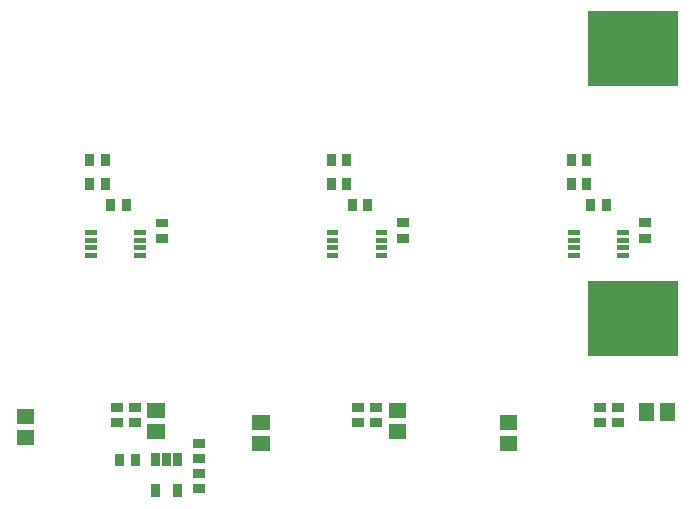
<source format=gbr>
G04 start of page 13 for group -4014 idx -4014 *
G04 Title: power, bottompaste *
G04 Creator: pcb 20140316 *
G04 CreationDate: Tue 06 Jun 2017 06:55:07 AM GMT UTC *
G04 For: brian *
G04 Format: Gerber/RS-274X *
G04 PCB-Dimensions (mil): 6000.00 5000.00 *
G04 PCB-Coordinate-Origin: lower left *
%MOIN*%
%FSLAX25Y25*%
%LNBOTTOMPASTE*%
%ADD136R,0.0280X0.0280*%
%ADD135R,0.2500X0.2500*%
%ADD134R,0.0165X0.0165*%
%ADD133R,0.0295X0.0295*%
%ADD132R,0.0512X0.0512*%
G54D132*X291107Y291457D02*X291893D01*
X291107Y298543D02*X291893D01*
G54D133*X312441Y386492D02*Y385508D01*
X317559Y386492D02*Y385508D01*
G54D134*X312275Y354161D02*X314375D01*
X312275Y356720D02*X314375D01*
X312275Y359280D02*X314375D01*
X312275Y361839D02*X314375D01*
X328625D02*X330725D01*
X328625Y359280D02*X330725D01*
X328625Y356720D02*X330725D01*
X328625Y354161D02*X330725D01*
G54D133*X318941Y371492D02*Y370508D01*
X324059Y371492D02*Y370508D01*
X336508Y359941D02*X337492D01*
X336508Y365059D02*X337492D01*
G54D135*X330500Y423000D02*X335500D01*
X330500Y333000D02*X335500D01*
G54D133*X327508Y303559D02*X328492D01*
X327508Y298441D02*X328492D01*
X321508Y303559D02*X322492D01*
X321508Y298441D02*X322492D01*
G54D132*X337457Y302393D02*Y301607D01*
X344543Y302393D02*Y301607D01*
G54D133*X232441Y386492D02*Y385508D01*
X237559Y386492D02*Y385508D01*
G54D134*X231775Y354161D02*X233875D01*
X231775Y356720D02*X233875D01*
X231775Y359280D02*X233875D01*
X231775Y361839D02*X233875D01*
X248125D02*X250225D01*
X248125Y359280D02*X250225D01*
X248125Y356720D02*X250225D01*
X248125Y354161D02*X250225D01*
G54D133*X239441Y371492D02*Y370508D01*
X244559Y371492D02*Y370508D01*
X256008Y359941D02*X256992D01*
X256008Y365059D02*X256992D01*
X232441Y378492D02*Y377508D01*
X237559Y378492D02*Y377508D01*
X247008Y303559D02*X247992D01*
X247008Y298441D02*X247992D01*
X241008Y303559D02*X241992D01*
X241008Y298441D02*X241992D01*
G54D132*X254107Y302543D02*X254893D01*
X254107Y295457D02*X254893D01*
X130107Y293457D02*X130893D01*
X130107Y300543D02*X130893D01*
G54D133*X151941Y386492D02*Y385508D01*
X157059Y386492D02*Y385508D01*
G54D134*X151275Y354161D02*X153375D01*
X151275Y356720D02*X153375D01*
X151275Y359280D02*X153375D01*
X151275Y361839D02*X153375D01*
X167625D02*X169725D01*
X167625Y359280D02*X169725D01*
X167625Y356720D02*X169725D01*
X167625Y354161D02*X169725D01*
G54D133*X158941Y371492D02*Y370508D01*
X164059Y371492D02*Y370508D01*
X151941Y378492D02*Y377508D01*
X157059Y378492D02*Y377508D01*
X166508Y303559D02*X167492D01*
X166508Y298441D02*X167492D01*
X160508Y303559D02*X161492D01*
X160508Y298441D02*X161492D01*
G54D132*X173607Y302543D02*X174393D01*
X173607Y295457D02*X174393D01*
X208607Y291457D02*X209393D01*
X208607Y298543D02*X209393D01*
G54D133*X175508Y359882D02*X176492D01*
X175508Y365000D02*X176492D01*
X312441Y378492D02*Y377508D01*
X317559Y378492D02*Y377508D01*
X161941Y286492D02*Y285508D01*
X167059Y286492D02*Y285508D01*
X188008Y276441D02*X188992D01*
X188008Y281559D02*X188992D01*
G54D136*X173800Y286900D02*Y285300D01*
X177500Y286900D02*Y285300D01*
X181200Y286900D02*Y285300D01*
Y276700D02*Y275100D01*
X173800Y276700D02*Y275100D01*
G54D133*X188008Y291559D02*X188992D01*
X188008Y286441D02*X188992D01*
M02*

</source>
